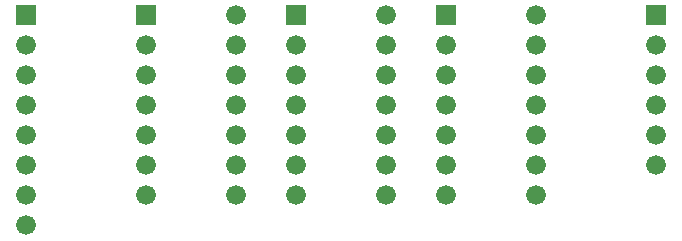
<source format=gbr>
G04 start of page 11 for group -4063 idx -4063 *
G04 Title: (unknown), componentmask *
G04 Creator: pcb 4.2.2 *
G04 CreationDate: Sun May  5 21:26:13 2024 UTC *
G04 For: steve *
G04 Format: Gerber/RS-274X *
G04 PCB-Dimensions (mil): 2500.00 1000.00 *
G04 PCB-Coordinate-Origin: lower left *
%MOIN*%
%FSLAX25Y25*%
%LNTOPMASK*%
%ADD60C,0.0660*%
%ADD59C,0.0001*%
G54D59*G36*
X226700Y83300D02*Y76700D01*
X233300D01*
Y83300D01*
X226700D01*
G37*
G54D60*X230000Y70000D03*
Y60000D03*
Y50000D03*
Y40000D03*
Y30000D03*
X20000Y50000D03*
Y40000D03*
Y30000D03*
Y20000D03*
G54D59*G36*
X16700Y83300D02*Y76700D01*
X23300D01*
Y83300D01*
X16700D01*
G37*
G54D60*X20000Y70000D03*
Y60000D03*
Y10000D03*
G54D59*G36*
X56700Y83300D02*Y76700D01*
X63300D01*
Y83300D01*
X56700D01*
G37*
G54D60*X60000Y70000D03*
Y60000D03*
Y50000D03*
X90000D03*
Y60000D03*
Y70000D03*
Y80000D03*
G54D59*G36*
X106700Y83300D02*Y76700D01*
X113300D01*
Y83300D01*
X106700D01*
G37*
G54D60*X110000Y70000D03*
X60000Y40000D03*
X90000D03*
X140000D03*
Y50000D03*
X60000Y30000D03*
Y20000D03*
X90000D03*
Y30000D03*
X140000Y20000D03*
Y30000D03*
X110000Y50000D03*
Y40000D03*
Y30000D03*
Y20000D03*
X190000D03*
Y30000D03*
Y40000D03*
Y50000D03*
Y60000D03*
Y70000D03*
Y80000D03*
X110000Y60000D03*
X140000D03*
Y70000D03*
Y80000D03*
G54D59*G36*
X156700Y83300D02*Y76700D01*
X163300D01*
Y83300D01*
X156700D01*
G37*
G54D60*X160000Y70000D03*
Y60000D03*
Y50000D03*
Y40000D03*
Y30000D03*
Y20000D03*
M02*

</source>
